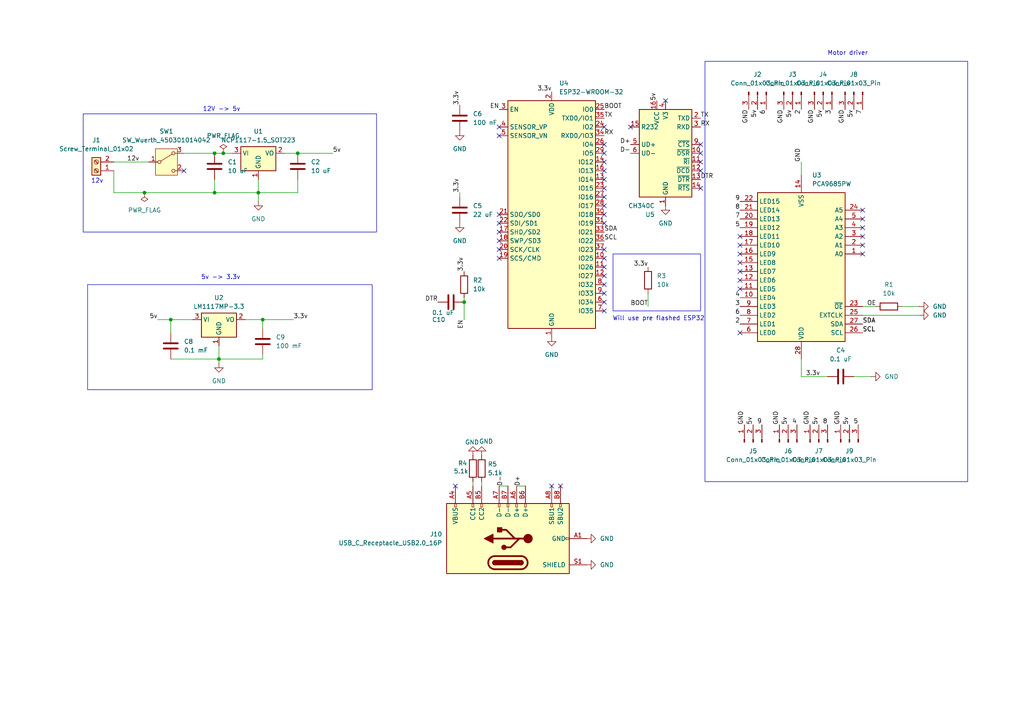
<source format=kicad_sch>
(kicad_sch (version 20250114) (generator "eeschema") (generator_version "9.0")
  (paper "A4")
  (lib_symbols
    (symbol "Connector:Conn_01x03_Pin" (pin_names (offset 1.016) (hide yes))
      (property "Reference" "J" (at 0 5.08 0))
      (property "Value" "Conn_01x03_Pin" (at 0 -5.08 0))
      (symbol "Conn_01x03_Pin_1_1"
        (rectangle (start 0.8636 2.667) (end 0 2.413) (stroke (width 0.1524)) (fill (type outline)))
        (rectangle (start 0.8636 0.127) (end 0 -0.127) (stroke (width 0.1524)) (fill (type outline)))
        (rectangle (start 0.8636 -2.413) (end 0 -2.667) (stroke (width 0.1524)) (fill (type outline)))
        (polyline (pts (xy 1.27 2.54) (xy 0.8636 2.54)) (stroke (width 0.1524)))
        (polyline (pts (xy 1.27 0) (xy 0.8636 0)) (stroke (width 0.1524)))
        (polyline (pts (xy 1.27 -2.54) (xy 0.8636 -2.54)) (stroke (width 0.1524)))
        (pin passive line (at 5.08 2.54 180) (length 3.81) (name "Pin_1") (number "1"))
        (pin passive line (at 5.08 0 180) (length 3.81) (name "Pin_2") (number "2"))
        (pin passive line (at 5.08 -2.54 180) (length 3.81) (name "Pin_3") (number "3"))
      )
    )
    (symbol "Connector:Screw_Terminal_01x02" (pin_names (offset 1.016) (hide yes))
      (property "Reference" "J" (at 0 2.54 0))
      (property "Value" "Screw_Terminal_01x02" (at 0 -5.08 0))
      (symbol "Screw_Terminal_01x02_1_1"
        (rectangle (start -1.27 1.27) (end 1.27 -3.81) (stroke (width 0.254)) (fill (type background)))
        (polyline (pts (xy -0.5334 0.3302) (xy 0.3302 -0.508)) (stroke (width 0.1524)))
        (polyline (pts (xy -0.5334 -2.2098) (xy 0.3302 -3.048)) (stroke (width 0.1524)))
        (polyline (pts (xy -0.3556 0.508) (xy 0.508 -0.3302)) (stroke (width 0.1524)))
        (polyline (pts (xy -0.3556 -2.032) (xy 0.508 -2.8702)) (stroke (width 0.1524)))
        (circle (center 0 0) (radius 0.635) (stroke (width 0.1524)))
        (circle (center 0 -2.54) (radius 0.635) (stroke (width 0.1524)))
        (pin passive line (at -5.08 0 0) (length 3.81) (name "Pin_1") (number "1"))
        (pin passive line (at -5.08 -2.54 0) (length 3.81) (name "Pin_2") (number "2"))
      )
    )
    (symbol "Connector:USB_C_Receptacle_USB2.0_16P" (pin_names (offset 1.016))
      (property "Reference" "J" (at 0 22.225 0))
      (property "Value" "USB_C_Receptacle_USB2.0_16P" (at 0 19.685 0))
      (symbol "USB_C_Receptacle_USB2.0_16P_0_0"
        (rectangle (start -0.254 -17.78) (end 0.254 -16.764))
        (rectangle (start 10.16 15.494) (end 9.144 14.986))
        (rectangle (start 10.16 10.414) (end 9.144 9.906))
        (rectangle (start 10.16 7.874) (end 9.144 7.366))
        (rectangle (start 10.16 2.794) (end 9.144 2.286))
        (rectangle (start 10.16 0.254) (end 9.144 -0.254))
        (rectangle (start 10.16 -2.286) (end 9.144 -2.794))
        (rectangle (start 10.16 -4.826) (end 9.144 -5.334))
        (rectangle (start 10.16 -12.446) (end 9.144 -12.954))
        (rectangle (start 10.16 -14.986) (end 9.144 -15.494))
      )
      (symbol "USB_C_Receptacle_USB2.0_16P_0_1"
        (rectangle (start -10.16 17.78) (end 10.16 -17.78) (stroke (width 0.254)) (fill (type background)))
        (polyline (pts (xy -8.89 -3.81) (xy -8.89 3.81)) (stroke (width 0.508)))
        (rectangle (start -7.62 -3.81) (end -6.35 3.81) (stroke (width 0.254)) (fill (type outline)))
        (arc (start -7.62 3.81) (mid -6.985 4.4423) (end -6.35 3.81) (stroke (width 0.254)))
        (arc (start -7.62 3.81) (mid -6.985 4.4423) (end -6.35 3.81) (stroke (width 0.254)) (fill (type outline)))
        (arc (start -8.89 3.81) (mid -6.985 5.7067) (end -5.08 3.81) (stroke (width 0.508)))
        (arc (start -5.08 -3.81) (mid -6.985 -5.7067) (end -8.89 -3.81) (stroke (width 0.508)))
        (arc (start -6.35 -3.81) (mid -6.985 -4.4423) (end -7.62 -3.81) (stroke (width 0.254)))
        (arc (start -6.35 -3.81) (mid -6.985 -4.4423) (end -7.62 -3.81) (stroke (width 0.254)) (fill (type outline)))
        (polyline (pts (xy -5.08 3.81) (xy -5.08 -3.81)) (stroke (width 0.508)))
        (circle (center -2.54 1.143) (radius 0.635) (stroke (width 0.254)) (fill (type outline)))
        (polyline (pts (xy -1.27 4.318) (xy 0 6.858) (xy 1.27 4.318) (xy -1.27 4.318)) (stroke (width 0.254)) (fill (type outline)))
        (polyline (pts (xy 0 -2.032) (xy 2.54 0.508) (xy 2.54 1.778)) (stroke (width 0.508)))
        (polyline (pts (xy 0 -3.302) (xy -2.54 -0.762) (xy -2.54 0.508)) (stroke (width 0.508)))
        (polyline (pts (xy 0 -5.842) (xy 0 4.318)) (stroke (width 0.508)))
        (circle (center 0 -5.842) (radius 1.27) (fill (type outline)))
        (rectangle (start 1.905 1.778) (end 3.175 3.048) (stroke (width 0.254)) (fill (type outline)))
      )
      (symbol "USB_C_Receptacle_USB2.0_16P_1_1"
        (pin passive line (at -7.62 -22.86 90) (length 5.08) (name "SHIELD") (number "S1"))
        (pin passive line (at 0 -22.86 90) (length 5.08) (name "GND") (number "A1"))
        (pin passive line (at 0 -22.86 90) (length 5.08) (hide yes) (name "GND") (number "A12"))
        (pin passive line (at 0 -22.86 90) (length 5.08) (hide yes) (name "GND") (number "B1"))
        (pin passive line (at 0 -22.86 90) (length 5.08) (hide yes) (name "GND") (number "B12"))
        (pin passive line (at 15.24 15.24 180) (length 5.08) (name "VBUS") (number "A4"))
        (pin passive line (at 15.24 15.24 180) (length 5.08) (hide yes) (name "VBUS") (number "A9"))
        (pin passive line (at 15.24 15.24 180) (length 5.08) (hide yes) (name "VBUS") (number "B4"))
        (pin passive line (at 15.24 15.24 180) (length 5.08) (hide yes) (name "VBUS") (number "B9"))
        (pin bidirectional line (at 15.24 10.16 180) (length 5.08) (name "CC1") (number "A5"))
        (pin bidirectional line (at 15.24 7.62 180) (length 5.08) (name "CC2") (number "B5"))
        (pin bidirectional line (at 15.24 2.54 180) (length 5.08) (name "D-") (number "A7"))
        (pin bidirectional line (at 15.24 0 180) (length 5.08) (name "D-") (number "B7"))
        (pin bidirectional line (at 15.24 -2.54 180) (length 5.08) (name "D+") (number "A6"))
        (pin bidirectional line (at 15.24 -5.08 180) (length 5.08) (name "D+") (number "B6"))
        (pin bidirectional line (at 15.24 -12.7 180) (length 5.08) (name "SBU1") (number "A8"))
        (pin bidirectional line (at 15.24 -15.24 180) (length 5.08) (name "SBU2") (number "B8"))
      )
    )
    (symbol "Device:C" (pin_numbers (hide yes)) (pin_names (offset 0.254))
      (property "Reference" "C" (at 0.635 2.54 0))
      (property "Value" "C" (at 0.635 -2.54 0))
      (symbol "C_0_1"
        (polyline (pts (xy -2.032 0.762) (xy 2.032 0.762)) (stroke (width 0.508)))
        (polyline (pts (xy -2.032 -0.762) (xy 2.032 -0.762)) (stroke (width 0.508)))
      )
      (symbol "C_1_1"
        (pin passive line (at 0 3.81 270) (length 2.794) (name "~") (number "1"))
        (pin passive line (at 0 -3.81 90) (length 2.794) (name "~") (number "2"))
      )
    )
    (symbol "Device:R" (pin_numbers (hide yes)) (pin_names (offset 0))
      (property "Reference" "R" (at 2.032 0 90))
      (property "Value" "R" (at 0 0 90))
      (symbol "R_0_1"
        (rectangle (start -1.016 -2.54) (end 1.016 2.54) (stroke (width 0.254)))
      )
      (symbol "R_1_1"
        (pin passive line (at 0 3.81 270) (length 1.27) (name "~") (number "1"))
        (pin passive line (at 0 -3.81 90) (length 1.27) (name "~") (number "2"))
      )
    )
    (symbol "Driver_LED:PCA9685PW"
      (property "Reference" "U" (at -12.7 22.225 0))
      (property "Value" "PCA9685PW" (at 1.27 22.225 0))
      (symbol "PCA9685PW_0_1"
        (rectangle (start -12.7 20.32) (end 12.7 -22.86) (stroke (width 0.254)) (fill (type background)))
      )
      (symbol "PCA9685PW_1_1"
        (pin input line (at -17.78 17.78 0) (length 5.08) (name "SCL") (number "26"))
        (pin bidirectional line (at -17.78 15.24 0) (length 5.08) (name "SDA") (number "27"))
        (pin input line (at -17.78 12.7 0) (length 5.08) (name "EXTCLK") (number "25"))
        (pin input line (at -17.78 10.16 0) (length 5.08) (name "~{OE}") (number "23"))
        (pin input line (at -17.78 -5.08 0) (length 5.08) (name "A0") (number "1"))
        (pin input line (at -17.78 -7.62 0) (length 5.08) (name "A1") (number "2"))
        (pin input line (at -17.78 -10.16 0) (length 5.08) (name "A2") (number "3"))
        (pin input line (at -17.78 -12.7 0) (length 5.08) (name "A3") (number "4"))
        (pin input line (at -17.78 -15.24 0) (length 5.08) (name "A4") (number "5"))
        (pin input line (at -17.78 -17.78 0) (length 5.08) (name "A5") (number "24"))
        (pin power_in line (at 0 25.4 270) (length 5.08) (name "VDD") (number "28"))
        (pin power_in line (at 0 -27.94 90) (length 5.08) (name "VSS") (number "14"))
        (pin output line (at 17.78 17.78 180) (length 5.08) (name "LED0") (number "6"))
        (pin output line (at 17.78 15.24 180) (length 5.08) (name "LED1") (number "7"))
        (pin output line (at 17.78 12.7 180) (length 5.08) (name "LED2") (number "8"))
        (pin output line (at 17.78 10.16 180) (length 5.08) (name "LED3") (number "9"))
        (pin output line (at 17.78 7.62 180) (length 5.08) (name "LED4") (number "10"))
        (pin output line (at 17.78 5.08 180) (length 5.08) (name "LED5") (number "11"))
        (pin output line (at 17.78 2.54 180) (length 5.08) (name "LED6") (number "12"))
        (pin output line (at 17.78 0 180) (length 5.08) (name "LED7") (number "13"))
        (pin output line (at 17.78 -2.54 180) (length 5.08) (name "LED8") (number "15"))
        (pin output line (at 17.78 -5.08 180) (length 5.08) (name "LED9") (number "16"))
        (pin output line (at 17.78 -7.62 180) (length 5.08) (name "LED10") (number "17"))
        (pin output line (at 17.78 -10.16 180) (length 5.08) (name "LED11") (number "18"))
        (pin output line (at 17.78 -12.7 180) (length 5.08) (name "LED12") (number "19"))
        (pin output line (at 17.78 -15.24 180) (length 5.08) (name "LED13") (number "20"))
        (pin output line (at 17.78 -17.78 180) (length 5.08) (name "LED14") (number "21"))
        (pin output line (at 17.78 -20.32 180) (length 5.08) (name "LED15") (number "22"))
      )
    )
    (symbol "Interface_USB:CH340C"
      (property "Reference" "U" (at -5.08 13.97 0))
      (property "Value" "CH340C" (at 1.27 13.97 0))
      (symbol "CH340C_0_1"
        (rectangle (start -7.62 12.7) (end 7.62 -12.7) (stroke (width 0.254)) (fill (type background)))
      )
      (symbol "CH340C_1_1"
        (pin input line (at -10.16 7.62 0) (length 2.54) (name "R232") (number "15"))
        (pin bidirectional line (at -10.16 2.54 0) (length 2.54) (name "UD+") (number "5"))
        (pin bidirectional line (at -10.16 0 0) (length 2.54) (name "UD-") (number "6"))
        (pin no_connect line (at -7.62 -5.08 0) (length 2.54) (hide yes) (name "NC") (number "7"))
        (pin no_connect line (at -7.62 -7.62 0) (length 2.54) (hide yes) (name "NC") (number "8"))
        (pin power_in line (at -2.54 15.24 270) (length 2.54) (name "VCC") (number "16"))
        (pin power_out line (at 0 15.24 270) (length 2.54) (name "V3") (number "4"))
        (pin power_in line (at 0 -15.24 90) (length 2.54) (name "GND") (number "1"))
        (pin output line (at 10.16 10.16 180) (length 2.54) (name "TXD") (number "2"))
        (pin input line (at 10.16 7.62 180) (length 2.54) (name "RXD") (number "3"))
        (pin input line (at 10.16 2.54 180) (length 2.54) (name "~{CTS}") (number "9"))
        (pin input line (at 10.16 0 180) (length 2.54) (name "~{DSR}") (number "10"))
        (pin input line (at 10.16 -2.54 180) (length 2.54) (name "~{RI}") (number "11"))
        (pin input line (at 10.16 -5.08 180) (length 2.54) (name "~{DCD}") (number "12"))
        (pin output line (at 10.16 -7.62 180) (length 2.54) (name "~{DTR}") (number "13"))
        (pin output line (at 10.16 -10.16 180) (length 2.54) (name "~{RTS}") (number "14"))
      )
    )
    (symbol "RF_Module:ESP32-WROOM-32"
      (property "Reference" "U" (at -12.7 34.29 0))
      (property "Value" "ESP32-WROOM-32" (at 1.27 34.29 0))
      (symbol "ESP32-WROOM-32_0_1"
        (rectangle (start -12.7 33.02) (end 12.7 -33.02) (stroke (width 0.254)) (fill (type background)))
      )
      (symbol "ESP32-WROOM-32_1_1"
        (pin input line (at -15.24 30.48 0) (length 2.54) (name "EN") (number "3"))
        (pin input line (at -15.24 25.4 0) (length 2.54) (name "SENSOR_VP") (number "4"))
        (pin input line (at -15.24 22.86 0) (length 2.54) (name "SENSOR_VN") (number "5"))
        (pin bidirectional line (at -15.24 0 0) (length 2.54) (name "SDO/SD0") (number "21"))
        (pin bidirectional line (at -15.24 -2.54 0) (length 2.54) (name "SDI/SD1") (number "22"))
        (pin bidirectional line (at -15.24 -5.08 0) (length 2.54) (name "SHD/SD2") (number "17"))
        (pin bidirectional line (at -15.24 -7.62 0) (length 2.54) (name "SWP/SD3") (number "18"))
        (pin bidirectional line (at -15.24 -10.16 0) (length 2.54) (name "SCK/CLK") (number "20"))
        (pin bidirectional line (at -15.24 -12.7 0) (length 2.54) (name "SCS/CMD") (number "19"))
        (pin no_connect line (at -12.7 -27.94 0) (length 2.54) (hide yes) (name "NC") (number "32"))
        (pin power_in line (at 0 35.56 270) (length 2.54) (name "VDD") (number "2"))
        (pin power_in line (at 0 -35.56 90) (length 2.54) (name "GND") (number "1"))
        (pin passive line (at 0 -35.56 90) (length 2.54) (hide yes) (name "GND") (number "15"))
        (pin passive line (at 0 -35.56 90) (length 2.54) (hide yes) (name "GND") (number "38"))
        (pin passive line (at 0 -35.56 90) (length 2.54) (hide yes) (name "GND") (number "39"))
        (pin bidirectional line (at 15.24 30.48 180) (length 2.54) (name "IO0") (number "25"))
        (pin bidirectional line (at 15.24 27.94 180) (length 2.54) (name "TXD0/IO1") (number "35"))
        (pin bidirectional line (at 15.24 25.4 180) (length 2.54) (name "IO2") (number "24"))
        (pin bidirectional line (at 15.24 22.86 180) (length 2.54) (name "RXD0/IO3") (number "34"))
        (pin bidirectional line (at 15.24 20.32 180) (length 2.54) (name "IO4") (number "26"))
        (pin bidirectional line (at 15.24 17.78 180) (length 2.54) (name "IO5") (number "29"))
        (pin bidirectional line (at 15.24 15.24 180) (length 2.54) (name "IO12") (number "14"))
        (pin bidirectional line (at 15.24 12.7 180) (length 2.54) (name "IO13") (number "16"))
        (pin bidirectional line (at 15.24 10.16 180) (length 2.54) (name "IO14") (number "13"))
        (pin bidirectional line (at 15.24 7.62 180) (length 2.54) (name "IO15") (number "23"))
        (pin bidirectional line (at 15.24 5.08 180) (length 2.54) (name "IO16") (number "27"))
        (pin bidirectional line (at 15.24 2.54 180) (length 2.54) (name "IO17") (number "28"))
        (pin bidirectional line (at 15.24 0 180) (length 2.54) (name "IO18") (number "30"))
        (pin bidirectional line (at 15.24 -2.54 180) (length 2.54) (name "IO19") (number "31"))
        (pin bidirectional line (at 15.24 -5.08 180) (length 2.54) (name "IO21") (number "33"))
        (pin bidirectional line (at 15.24 -7.62 180) (length 2.54) (name "IO22") (number "36"))
        (pin bidirectional line (at 15.24 -10.16 180) (length 2.54) (name "IO23") (number "37"))
        (pin bidirectional line (at 15.24 -12.7 180) (length 2.54) (name "IO25") (number "10"))
        (pin bidirectional line (at 15.24 -15.24 180) (length 2.54) (name "IO26") (number "11"))
        (pin bidirectional line (at 15.24 -17.78 180) (length 2.54) (name "IO27") (number "12"))
        (pin bidirectional line (at 15.24 -20.32 180) (length 2.54) (name "IO32") (number "8"))
        (pin bidirectional line (at 15.24 -22.86 180) (length 2.54) (name "IO33") (number "9"))
        (pin input line (at 15.24 -25.4 180) (length 2.54) (name "IO34") (number "6"))
        (pin input line (at 15.24 -27.94 180) (length 2.54) (name "IO35") (number "7"))
      )
    )
    (symbol "Regulator_Linear:LM1117MP-3.3"
      (property "Reference" "U" (at -3.81 3.175 0))
      (property "Value" "LM1117MP-3.3" (at 0 3.175 0))
      (symbol "LM1117MP-3.3_0_1"
        (rectangle (start -5.08 -5.08) (end 5.08 1.905) (stroke (width 0.254)) (fill (type background)))
      )
      (symbol "LM1117MP-3.3_1_1"
        (pin power_in line (at -7.62 0 0) (length 2.54) (name "VI") (number "3"))
        (pin power_in line (at 0 -7.62 90) (length 2.54) (name "GND") (number "1"))
        (pin power_out line (at 7.62 0 180) (length 2.54) (name "VO") (number "2"))
      )
    )
    (symbol "Regulator_Linear:NCP1117-1.5_SOT223"
      (property "Reference" "U" (at -3.81 3.175 0))
      (property "Value" "NCP1117-1.5_SOT223" (at 0 3.175 0))
      (symbol "NCP1117-1.5_SOT223_0_1"
        (rectangle (start -5.08 -5.08) (end 5.08 1.905) (stroke (width 0.254)) (fill (type background)))
      )
      (symbol "NCP1117-1.5_SOT223_1_1"
        (pin power_in line (at -7.62 0 0) (length 2.54) (name "VI") (number "3"))
        (pin power_in line (at 0 -7.62 90) (length 2.54) (name "GND") (number "1"))
        (pin power_out line (at 7.62 0 180) (length 2.54) (name "VO") (number "2"))
      )
    )
    (symbol "Switch:SW_Wuerth_450301014042" (pin_names (offset 1) (hide yes))
      (property "Reference" "SW" (at 0 5.08 0))
      (property "Value" "SW_Wuerth_450301014042" (at 0 -5.08 0))
      (symbol "SW_Wuerth_450301014042_0_1"
        (circle (center -2.032 0) (radius 0.4572))
        (polyline (pts (xy -1.651 0.254) (xy 1.651 2.286)))
        (circle (center 2.032 2.54) (radius 0.4572))
        (circle (center 2.032 -2.54) (radius 0.4572))
      )
      (symbol "SW_Wuerth_450301014042_1_1"
        (rectangle (start -3.175 3.81) (end 3.175 -3.81) (fill (type background)))
        (pin passive line (at -5.08 0 0) (length 2.54) (name "B") (number "1"))
        (pin passive line (at 5.08 2.54 180) (length 2.54) (name "A") (number "3"))
        (pin passive line (at 5.08 -2.54 180) (length 2.54) (name "C") (number "2"))
      )
    )
    (symbol "power:GND" (power) (pin_numbers (hide yes)) (pin_names (offset 0) (hide yes))
      (property "Value" "GND" (at 0 -3.81 0))
      (symbol "GND_0_1"
        (polyline (pts (xy 0 0) (xy 0 -1.27) (xy 1.27 -1.27) (xy 0 -2.54) (xy -1.27 -1.27) (xy 0 -1.27)))
      )
      (symbol "GND_1_1"
        (pin power_in line (at 0 0 270) (length 0) (name "~") (number "1"))
      )
    )
    (symbol "power:PWR_FLAG" (power) (pin_numbers (hide yes)) (pin_names (offset 0) (hide yes))
      (property "Value" "PWR_FLAG" (at 0 3.81 0))
      (symbol "PWR_FLAG_0_0"
        (pin power_out line (at 0 0 90) (length 0) (name "~") (number "1"))
      )
      (symbol "PWR_FLAG_0_1"
        (polyline (pts (xy 0 0) (xy 0 1.27) (xy -1.016 1.905) (xy 0 2.54) (xy 1.016 1.905) (xy 0 1.27)))
      )
    )
  )
  (rectangle (start 204.47 17.78) (end 280.67 139.7))
  (rectangle (start 25.4 82.55) (end 107.95 113.03))
  (rectangle (start 177.8 73.66) (end 203.2 90.17))
  (rectangle (start 24.13 33.02) (end 109.22 67.31))
  (text "12V -> 5v\n" (at 64.262 31.75 0) (effects (font (size 1.27 1.27))))
  (text "12v\n" (at 28.194 52.578 0) (effects (font (size 1.27 1.27))))
  (text "5v -> 3.3v\n" (at 64.008 80.518 0) (effects (font (size 1.27 1.27))))
  (text "Will use pre flashed ESP32\n" (at 191.008 92.456 0) (effects (font (size 1.27 1.27))))
  (text "Motor driver" (at 245.872 15.494 0) (effects (font (size 1.27 1.27))))
  (junction (at 41.91 55.88))
  (junction (at 64.77 44.45))
  (junction (at 74.93 55.88))
  (junction (at 63.5 104.14))
  (junction (at 62.23 44.45))
  (junction (at 86.36 44.45))
  (junction (at 62.23 55.88))
  (junction (at 76.2 92.71))
  (junction (at 49.53 92.71))
  (junction (at 134.62 87.63))
  (no_connect (at 175.26 41.91))
  (no_connect (at 175.26 74.93))
  (no_connect (at 214.63 81.28))
  (no_connect (at 175.26 62.23))
  (no_connect (at 175.26 49.53))
  (no_connect (at 175.26 46.99))
  (no_connect (at 144.78 36.83))
  (no_connect (at 203.2 46.99))
  (no_connect (at 175.26 59.69))
  (no_connect (at 250.19 73.66))
  (no_connect (at 144.78 67.31))
  (no_connect (at 144.78 62.23))
  (no_connect (at 144.78 72.39))
  (no_connect (at 203.2 41.91))
  (no_connect (at 182.88 36.83))
  (no_connect (at 175.26 57.15))
  (no_connect (at 162.56 140.97))
  (no_connect (at 175.26 52.07))
  (no_connect (at 214.63 68.58))
  (no_connect (at 144.78 69.85))
  (no_connect (at 175.26 36.83))
  (no_connect (at 144.78 39.37))
  (no_connect (at 203.2 54.61))
  (no_connect (at 203.2 49.53))
  (no_connect (at 175.26 77.47))
  (no_connect (at 160.02 140.97))
  (no_connect (at 175.26 90.17))
  (no_connect (at 175.26 72.39))
  (no_connect (at 214.63 78.74))
  (no_connect (at 175.26 87.63))
  (no_connect (at 214.63 71.12))
  (no_connect (at 144.78 74.93))
  (no_connect (at 250.19 60.96))
  (no_connect (at 175.26 64.77))
  (no_connect (at 144.78 64.77))
  (no_connect (at 53.34 49.53))
  (no_connect (at 175.26 44.45))
  (no_connect (at 250.19 63.5))
  (no_connect (at 250.19 71.12))
  (no_connect (at 132.08 140.97))
  (no_connect (at 193.04 29.21))
  (no_connect (at 175.26 82.55))
  (no_connect (at 214.63 76.2))
  (no_connect (at 214.63 83.82))
  (no_connect (at 250.19 66.04))
  (no_connect (at 175.26 54.61))
  (no_connect (at 214.63 96.52))
  (no_connect (at 250.19 68.58))
  (no_connect (at 203.2 44.45))
  (no_connect (at 214.63 73.66))
  (no_connect (at 175.26 85.09))
  (no_connect (at 175.26 80.01))
  (wire (pts (xy 33.02 46.99) (xy 43.18 46.99)))
  (wire (pts (xy 76.2 92.71) (xy 85.09 92.71)))
  (wire (pts (xy 139.7 139.7) (xy 139.7 140.97)))
  (wire (pts (xy 187.96 85.09) (xy 187.96 88.9)))
  (wire (pts (xy 41.91 55.88) (xy 62.23 55.88)))
  (wire (pts (xy 232.41 104.14) (xy 232.41 109.22)))
  (wire (pts (xy 149.86 140.97) (xy 152.4 140.97)))
  (wire (pts (xy 53.34 44.45) (xy 62.23 44.45)))
  (wire (pts (xy 261.62 88.9) (xy 266.7 88.9)))
  (wire (pts (xy 137.16 139.7) (xy 137.16 140.97)))
  (wire (pts (xy 247.65 109.22) (xy 252.73 109.22)))
  (wire (pts (xy 49.53 92.71) (xy 49.53 96.52)))
  (wire (pts (xy 250.19 91.44) (xy 266.7 91.44)))
  (wire (pts (xy 49.53 92.71) (xy 55.88 92.71)))
  (wire (pts (xy 49.53 104.14) (xy 63.5 104.14)))
  (wire (pts (xy 86.36 44.45) (xy 96.52 44.45)))
  (wire (pts (xy 62.23 44.45) (xy 64.77 44.45)))
  (wire (pts (xy 74.93 52.07) (xy 74.93 55.88)))
  (wire (pts (xy 62.23 55.88) (xy 74.93 55.88)))
  (wire (pts (xy 33.02 49.53) (xy 33.02 55.88)))
  (wire (pts (xy 62.23 52.07) (xy 62.23 55.88)))
  (wire (pts (xy 76.2 104.14) (xy 63.5 104.14)))
  (wire (pts (xy 250.19 88.9) (xy 254 88.9)))
  (wire (pts (xy 64.77 44.45) (xy 67.31 44.45)))
  (wire (pts (xy 74.93 55.88) (xy 74.93 58.42)))
  (wire (pts (xy 133.35 57.15) (xy 133.35 55.88)))
  (wire (pts (xy 45.72 92.71) (xy 49.53 92.71)))
  (wire (pts (xy 144.78 140.97) (xy 147.32 140.97)))
  (wire (pts (xy 74.93 55.88) (xy 86.36 55.88)))
  (wire (pts (xy 82.55 44.45) (xy 86.36 44.45)))
  (wire (pts (xy 63.5 100.33) (xy 63.5 104.14)))
  (wire (pts (xy 232.41 109.22) (xy 240.03 109.22)))
  (wire (pts (xy 232.41 46.99) (xy 232.41 50.8)))
  (wire (pts (xy 33.02 55.88) (xy 41.91 55.88)))
  (wire (pts (xy 63.5 104.14) (xy 63.5 105.41)))
  (wire (pts (xy 134.62 87.63) (xy 134.62 92.71)))
  (wire (pts (xy 134.62 86.36) (xy 134.62 87.63)))
  (wire (pts (xy 71.12 92.71) (xy 76.2 92.71)))
  (wire (pts (xy 76.2 92.71) (xy 76.2 95.25)))
  (wire (pts (xy 86.36 55.88) (xy 86.36 52.07)))
  (wire (pts (xy 76.2 102.87) (xy 76.2 104.14)))
  (label "9" (at 220.98 123.19 180))
  (label "5v" (at 238.76 31.75 270))
  (label "5v" (at 229.87 31.75 270))
  (label "3.3v" (at 133.35 30.48 90))
  (label "5v" (at 237.49 123.19 90))
  (label "D+" (at 182.88 41.91 180))
  (label "GND" (at 217.17 31.75 270))
  (label "8" (at 214.63 60.96 180))
  (label "3" (at 214.63 88.9 180))
  (label "5v" (at 45.72 92.71 180))
  (label "3.3v" (at 233.68 109.22 0))
  (label "GND" (at 243.84 123.19 90))
  (label "7" (at 250.19 31.75 270))
  (label "3.3v" (at 134.62 78.74 90))
  (label "8" (at 240.03 123.19 180))
  (label "5v" (at 247.65 31.75 270))
  (label "GND" (at 234.95 123.19 90))
  (label "4" (at 214.63 86.36 180))
  (label "5v" (at 190.5 29.21 90))
  (label "DTR" (at 203.2 52.07 0))
  (label "5" (at 248.92 123.19 180))
  (label "3.3v" (at 85.09 92.71 0))
  (label "RX" (at 203.2 36.83 0))
  (label "SCL" (at 250.19 96.52 0))
  (label "SDA" (at 175.26 67.31 0))
  (label "6" (at 214.63 91.44 180))
  (label "EN" (at 134.62 92.71 270))
  (label "GND" (at 236.22 31.75 270))
  (label "5v" (at 246.38 123.19 90))
  (label "BOOT" (at 187.96 88.9 180))
  (label "4" (at 231.14 123.19 180))
  (label "SCL" (at 250.19 96.52 0))
  (label "GND" (at 226.06 123.19 90))
  (label "TX" (at 175.26 34.29 0))
  (label "SDA" (at 250.19 93.98 0))
  (label "5v" (at 96.52 44.45 0))
  (label "GND" (at 215.9 123.19 90))
  (label "3" (at 241.3 31.75 270))
  (label "TX" (at 203.2 34.29 0))
  (label "SCL" (at 175.26 69.85 0))
  (label "BOOT" (at 175.26 31.75 0))
  (label "3.3v" (at 133.35 55.88 90))
  (label "7" (at 214.63 63.5 180))
  (label "GND" (at 245.11 31.75 270))
  (label "D-" (at 146.05 140.97 90))
  (label "SDA" (at 250.19 93.98 0))
  (label "RX" (at 175.26 39.37 0))
  (label "5v" (at 219.71 31.75 270))
  (label "OE" (at 251.46 88.9 0))
  (label "DTR" (at 127 87.63 180))
  (label "5" (at 214.63 66.04 180))
  (label "GND" (at 227.33 31.75 270))
  (label "3.3v" (at 187.96 77.47 180))
  (label "9" (at 214.63 58.42 180))
  (label "5v" (at 218.44 123.19 90))
  (label "2" (at 214.63 93.98 180))
  (label "3.3v" (at 160.02 26.67 180))
  (label "6" (at 222.25 31.75 270))
  (label "12v" (at 36.83 46.99 0))
  (label "5v" (at 228.6 123.19 90))
  (label "GND" (at 232.41 46.99 90))
  (label "D-" (at 182.88 44.45 180))
  (label "D+" (at 151.13 140.97 90))
  (label "EN" (at 144.78 31.75 180))
  (label "2" (at 232.41 31.75 270))
  (symbol (lib_id "Switch:SW_Wuerth_450301014042") (at 48.26 46.99 0) (unit 1)
    (property "Reference" "SW1" (at 48.26 38.1 0))
    (property "Value" "SW_Wuerth_450301014042" (at 48.26 40.64 0))
    (property "Footprint" "Button_Switch_THT:SW_Slide-03_Wuerth-WS-SLTV_10x2.5x6.4_P2.54mm" (effects (hide yes)))
    (property "Datasheet" "https://www.we-online.com/components/products/datasheet/450301014042.pdf" (effects (hide yes)))
    (property "Description" "Switch slide, single pole double throw" (effects (hide yes)))
  )
  (symbol (lib_id "Device:C") (at 76.2 99.06 0) (unit 1)
    (property "Reference" "C9" (at 80.01 97.7899 0) (effects (justify left)))
    (property "Value" "100 mF" (at 80.01 100.3299 0) (effects (justify left)))
    (property "Footprint" "Capacitor_SMD:C_0201_0603Metric" (effects (hide yes)))
    (property "Description" "Unpolarized capacitor" (effects (hide yes)))
  )
  (symbol (lib_id "Device:C") (at 62.23 48.26 0) (unit 1)
    (property "Reference" "C1" (at 66.04 46.9899 0) (effects (justify left)))
    (property "Value" "10 uF" (at 66.04 49.5299 0) (effects (justify left)))
    (property "Footprint" "Capacitor_SMD:C_0201_0603Metric" (effects (hide yes)))
    (property "Description" "Unpolarized capacitor" (effects (hide yes)))
  )
  (symbol (lib_id "power:GND") (at 63.5 105.41 0) (unit 1)
    (property "Reference" "#PWR015" (effects (hide yes)))
    (property "Value" "GND" (at 63.5 110.49 0))
    (property "Description" "Power symbol creates a global label with name \"GND\" , ground" (effects (hide yes)))
  )
  (symbol (lib_id "Connector:Conn_01x03_Pin") (at 219.71 26.67 270) (unit 1)
    (property "Reference" "J2" (at 219.71 21.59 90))
    (property "Value" "Conn_01x03_Pin" (at 219.71 24.13 90))
    (property "Footprint" "Connector:FanPinHeader_1x03_P2.54mm_Vertical" (effects (hide yes)))
    (property "Description" "Generic connector, single row, 01x03, script generated" (effects (hide yes)))
  )
  (symbol (lib_id "power:GND") (at 170.18 163.83 90) (unit 1)
    (property "Reference" "#PWR014" (effects (hide yes)))
    (property "Value" "GND" (at 173.99 163.8299 90) (effects (justify right)))
    (property "Description" "Power symbol creates a global label with name \"GND\" , ground" (effects (hide yes)))
  )
  (symbol (lib_id "Device:R") (at 139.7 135.89 0) (unit 1)
    (property "Reference" "R5" (at 141.478 134.62 0) (effects (justify left)))
    (property "Value" "5.1k" (at 141.478 137.16 0) (effects (justify left)))
    (property "Footprint" "Resistor_SMD:R_0201_0603Metric" (effects (hide yes)))
    (property "Description" "Resistor" (effects (hide yes)))
  )
  (symbol (lib_id "Device:R") (at 257.81 88.9 90) (unit 1)
    (property "Reference" "R1" (at 257.81 82.55 90))
    (property "Value" "10k" (at 257.81 85.09 90))
    (property "Footprint" "Resistor_SMD:R_0201_0603Metric" (effects (hide yes)))
    (property "Description" "Resistor" (effects (hide yes)))
  )
  (symbol (lib_id "Connector:Conn_01x03_Pin") (at 228.6 128.27 90) (unit 1)
    (property "Reference" "J6" (at 228.6 130.81 90))
    (property "Value" "Conn_01x03_Pin" (at 228.6 133.35 90))
    (property "Footprint" "Connector:FanPinHeader_1x03_P2.54mm_Vertical" (effects (hide yes)))
    (property "Description" "Generic connector, single row, 01x03, script generated" (effects (hide yes)))
  )
  (symbol (lib_id "Connector:USB_C_Receptacle_USB2.0_16P") (at 147.32 156.21 90) (unit 1)
    (property "Reference" "J10" (at 128.27 154.9399 90) (effects (justify left)))
    (property "Value" "USB_C_Receptacle_USB2.0_16P" (at 128.27 157.4799 90) (effects (justify left)))
    (property "Footprint" "Connector_USB:USB_C_Receptacle_Amphenol_124019772112A" (effects (hide yes)))
    (property "Datasheet" "https://www.usb.org/sites/default/files/documents/usb_type-c.zip" (effects (hide yes)))
    (property "Description" "USB 2.0-only 16P Type-C Receptacle connector" (effects (hide yes)))
  )
  (symbol (lib_id "Device:C") (at 86.36 48.26 0) (unit 1)
    (property "Reference" "C2" (at 90.17 46.9899 0) (effects (justify left)))
    (property "Value" "10 uF" (at 90.17 49.5299 0) (effects (justify left)))
    (property "Footprint" "Capacitor_SMD:C_0201_0603Metric" (effects (hide yes)))
    (property "Description" "Unpolarized capacitor" (effects (hide yes)))
  )
  (symbol (lib_id "power:GND") (at 266.7 91.44 90) (unit 1)
    (property "Reference" "#PWR05" (effects (hide yes)))
    (property "Value" "GND" (at 270.51 91.4399 90) (effects (justify right)))
    (property "Description" "Power symbol creates a global label with name \"GND\" , ground" (effects (hide yes)))
  )
  (symbol (lib_id "Connector:Conn_01x03_Pin") (at 247.65 26.67 270) (unit 1)
    (property "Reference" "J8" (at 247.65 21.59 90))
    (property "Value" "Conn_01x03_Pin" (at 247.65 24.13 90))
    (property "Footprint" "Connector:FanPinHeader_1x03_P2.54mm_Vertical" (effects (hide yes)))
    (property "Description" "Generic connector, single row, 01x03, script generated" (effects (hide yes)))
  )
  (symbol (lib_id "Device:R") (at 134.62 82.55 0) (unit 1)
    (property "Reference" "R2" (at 137.16 81.2799 0) (effects (justify left)))
    (property "Value" "10k" (at 137.16 83.8199 0) (effects (justify left)))
    (property "Footprint" "Resistor_SMD:R_0201_0603Metric" (effects (hide yes)))
    (property "Description" "Resistor" (effects (hide yes)))
  )
  (symbol (lib_id "Device:C") (at 243.84 109.22 90) (unit 1)
    (property "Reference" "C4" (at 243.84 101.6 90))
    (property "Value" "0.1 uF" (at 243.84 104.14 90))
    (property "Footprint" "Capacitor_SMD:C_0201_0603Metric" (effects (hide yes)))
    (property "Description" "Unpolarized capacitor" (effects (hide yes)))
  )
  (symbol (lib_id "Connector:Conn_01x03_Pin") (at 218.44 128.27 90) (unit 1)
    (property "Reference" "J5" (at 218.44 130.81 90))
    (property "Value" "Conn_01x03_Pin" (at 218.44 133.35 90))
    (property "Footprint" "Connector:FanPinHeader_1x03_P2.54mm_Vertical" (effects (hide yes)))
    (property "Description" "Generic connector, single row, 01x03, script generated" (effects (hide yes)))
  )
  (symbol (lib_id "power:GND") (at 170.18 156.21 90) (unit 1)
    (property "Reference" "#PWR013" (effects (hide yes)))
    (property "Value" "GND" (at 173.99 156.2099 90) (effects (justify right)))
    (property "Description" "Power symbol creates a global label with name \"GND\" , ground" (effects (hide yes)))
  )
  (symbol (lib_id "Connector:Conn_01x03_Pin") (at 237.49 128.27 90) (unit 1)
    (property "Reference" "J7" (at 237.49 130.81 90))
    (property "Value" "Conn_01x03_Pin" (at 237.49 133.35 90))
    (property "Footprint" "Connector:FanPinHeader_1x03_P2.54mm_Vertical" (effects (hide yes)))
    (property "Description" "Generic connector, single row, 01x03, script generated" (effects (hide yes)))
  )
  (symbol (lib_id "power:GND") (at 139.7 132.08 180) (unit 1)
    (property "Reference" "#PWR012" (effects (hide yes)))
    (property "Value" "GND" (at 140.97 128.016 0))
    (property "Description" "Power symbol creates a global label with name \"GND\" , ground" (effects (hide yes)))
  )
  (symbol (lib_id "Device:R") (at 137.16 135.89 0) (unit 1)
    (property "Reference" "R4" (at 132.842 134.366 0) (effects (justify left)))
    (property "Value" "5.1k" (at 131.572 136.652 0) (effects (justify left)))
    (property "Footprint" "Resistor_SMD:R_0201_0603Metric" (effects (hide yes)))
    (property "Description" "Resistor" (effects (hide yes)))
  )
  (symbol (lib_id "power:GND") (at 266.7 88.9 90) (unit 1)
    (property "Reference" "#PWR04" (effects (hide yes)))
    (property "Value" "GND" (at 270.51 88.8999 90) (effects (justify right)))
    (property "Description" "Power symbol creates a global label with name \"GND\" , ground" (effects (hide yes)))
  )
  (symbol (lib_id "Device:C") (at 133.35 34.29 0) (unit 1)
    (property "Reference" "C6" (at 137.16 33.0199 0) (effects (justify left)))
    (property "Value" "100 nF" (at 137.16 35.5599 0) (effects (justify left)))
    (property "Footprint" "Capacitor_SMD:C_0201_0603Metric" (effects (hide yes)))
    (property "Description" "Unpolarized capacitor" (effects (hide yes)))
  )
  (symbol (lib_id "Device:R") (at 187.96 81.28 0) (unit 1)
    (property "Reference" "R3" (at 190.5 80.0099 0) (effects (justify left)))
    (property "Value" "10k" (at 190.5 82.5499 0) (effects (justify left)))
    (property "Footprint" "Resistor_SMD:R_0201_0603Metric" (effects (hide yes)))
    (property "Description" "Resistor" (effects (hide yes)))
  )
  (symbol (lib_id "power:GND") (at 133.35 64.77 0) (unit 1)
    (property "Reference" "#PWR06" (effects (hide yes)))
    (property "Value" "GND" (at 133.35 69.85 0))
    (property "Description" "Power symbol creates a global label with name \"GND\" , ground" (effects (hide yes)))
  )
  (symbol (lib_id "Connector:Conn_01x03_Pin") (at 229.87 26.67 270) (unit 1)
    (property "Reference" "J3" (at 229.87 21.59 90))
    (property "Value" "Conn_01x03_Pin" (at 229.87 24.13 90))
    (property "Footprint" "Connector:FanPinHeader_1x03_P2.54mm_Vertical" (effects (hide yes)))
    (property "Description" "Generic connector, single row, 01x03, script generated" (effects (hide yes)))
  )
  (symbol (lib_id "Connector:Screw_Terminal_01x02") (at 27.94 49.53 180) (unit 1)
    (property "Reference" "J1" (at 27.94 40.64 0))
    (property "Value" "Screw_Terminal_01x02" (at 27.94 43.18 0))
    (property "Footprint" "TerminalBlock:TerminalBlock_Altech_AK300-2_P5.00mm" (effects (hide yes)))
    (property "Description" "Generic screw terminal, single row, 01x02, script generated (kicad-library-utils/schlib/autogen/connector/)" (effects (hide yes)))
  )
  (symbol (lib_id "Regulator_Linear:NCP1117-1.5_SOT223") (at 74.93 44.45 0) (unit 1)
    (property "Reference" "U1" (at 74.93 38.1 0))
    (property "Value" "NCP1117-1.5_SOT223" (at 74.93 40.64 0))
    (property "Footprint" "Package_TO_SOT_SMD:SOT-223-3_TabPin2" (effects (hide yes)))
    (property "Datasheet" "http://www.onsemi.com/pub_link/Collateral/NCP1117-D.PDF" (effects (hide yes)))
    (property "Description" "1A Low drop-out regulator, Fixed Output 1.5V, SOT-223" (effects (hide yes)))
  )
  (symbol (lib_id "Connector:Conn_01x03_Pin") (at 238.76 26.67 270) (unit 1)
    (property "Reference" "J4" (at 238.76 21.59 90))
    (property "Value" "Conn_01x03_Pin" (at 238.76 24.13 90))
    (property "Footprint" "Connector:FanPinHeader_1x03_P2.54mm_Vertical" (effects (hide yes)))
    (property "Description" "Generic connector, single row, 01x03, script generated" (effects (hide yes)))
  )
  (symbol (lib_id "power:GND") (at 137.16 132.08 180) (unit 1)
    (property "Reference" "#PWR011" (effects (hide yes)))
    (property "Value" "GND" (at 136.906 128.27 0))
    (property "Description" "Power symbol creates a global label with name \"GND\" , ground" (effects (hide yes)))
  )
  (symbol (lib_id "Regulator_Linear:LM1117MP-3.3") (at 63.5 92.71 0) (unit 1)
    (property "Reference" "U2" (at 63.5 86.36 0))
    (property "Value" "LM1117MP-3.3" (at 63.5 88.9 0))
    (property "Footprint" "Package_TO_SOT_SMD:SOT-223-3_TabPin2" (effects (hide yes)))
    (property "Datasheet" "http://www.ti.com/lit/ds/symlink/lm1117.pdf" (effects (hide yes)))
    (property "Description" "800mA Low-Dropout Linear Regulator, 3.3V fixed output, SOT-223" (effects (hide yes)))
  )
  (symbol (lib_id "power:GND") (at 193.04 59.69 0) (unit 1)
    (property "Reference" "#PWR07" (effects (hide yes)))
    (property "Value" "GND" (at 193.04 64.77 0))
    (property "Description" "Power symbol creates a global label with name \"GND\" , ground" (effects (hide yes)))
  )
  (symbol (lib_id "power:GND") (at 252.73 109.22 90) (unit 1)
    (property "Reference" "#PWR03" (effects (hide yes)))
    (property "Value" "GND" (at 256.54 109.2199 90) (effects (justify right)))
    (property "Description" "Power symbol creates a global label with name \"GND\" , ground" (effects (hide yes)))
  )
  (symbol (lib_id "RF_Module:ESP32-WROOM-32") (at 160.02 62.23 0) (unit 1)
    (property "Reference" "U4" (at 162.1633 24.13 0) (effects (justify left)))
    (property "Value" "ESP32-WROOM-32" (at 162.1633 26.67 0) (effects (justify left)))
    (property "Footprint" "RF_Module:ESP32-WROOM-32" (effects (hide yes)))
    (property "Datasheet" "https://www.espressif.com/sites/default/files/documentation/esp32-wroom-32_datasheet_en.pdf" (effects (hide yes)))
    (property "Description" "RF Module, ESP32-D0WDQ6 SoC, Wi-Fi 802.11b/g/n, Bluetooth, BLE, 32-bit, 2.7-3.6V, onboard antenna, SMD" (effects (hide yes)))
  )
  (symbol (lib_id "Interface_USB:CH340C") (at 193.04 44.45 0) (unit 1)
    (property "Reference" "U5" (at 189.9219 62.23 0) (effects (justify right)))
    (property "Value" "CH340C" (at 189.9219 59.69 0) (effects (justify right)))
    (property "Footprint" "Package_SO:SOIC-16_3.9x9.9mm_P1.27mm" (effects (hide yes)))
    (property "Datasheet" "https://datasheet.lcsc.com/szlcsc/Jiangsu-Qin-Heng-CH340C_C84681.pdf" (effects (hide yes)))
    (property "Description" "USB serial converter, crystal-less, UART, SOIC-16" (effects (hide yes)))
  )
  (symbol (lib_id "power:PWR_FLAG") (at 41.91 55.88 180) (unit 1)
    (property "Reference" "#FLG01" (effects (hide yes)))
    (property "Value" "PWR_FLAG" (at 41.91 60.96 0))
    (property "Description" "Special symbol for telling ERC where power comes from" (effects (hide yes)))
  )
  (symbol (lib_id "power:GND") (at 160.02 97.79 0) (unit 1)
    (property "Reference" "#PWR016" (effects (hide yes)))
    (property "Value" "GND" (at 160.02 102.87 0))
    (property "Description" "Power symbol creates a global label with name \"GND\" , ground" (effects (hide yes)))
  )
  (symbol (lib_id "Device:C") (at 133.35 60.96 0) (unit 1)
    (property "Reference" "C5" (at 137.16 59.6899 0) (effects (justify left)))
    (property "Value" "22 uF" (at 137.16 62.2299 0) (effects (justify left)))
    (property "Footprint" "Capacitor_SMD:C_0201_0603Metric" (effects (hide yes)))
    (property "Description" "Unpolarized capacitor" (effects (hide yes)))
  )
  (symbol (lib_id "power:GND") (at 133.35 38.1 0) (unit 1)
    (property "Reference" "#PWR08" (effects (hide yes)))
    (property "Value" "GND" (at 133.35 43.18 0))
    (property "Description" "Power symbol creates a global label with name \"GND\" , ground" (effects (hide yes)))
  )
  (symbol (lib_id "power:GND") (at 74.93 58.42 0) (unit 1)
    (property "Reference" "#PWR01" (effects (hide yes)))
    (property "Value" "GND" (at 74.93 63.5 0))
    (property "Description" "Power symbol creates a global label with name \"GND\" , ground" (effects (hide yes)))
  )
  (symbol (lib_id "Connector:Conn_01x03_Pin") (at 246.38 128.27 90) (unit 1)
    (property "Reference" "J9" (at 246.38 130.81 90))
    (property "Value" "Conn_01x03_Pin" (at 246.38 133.35 90))
    (property "Footprint" "Connector:FanPinHeader_1x03_P2.54mm_Vertical" (effects (hide yes)))
    (property "Description" "Generic connector, single row, 01x03, script generated" (effects (hide yes)))
  )
  (symbol (lib_id "Driver_LED:PCA9685PW") (at 232.41 78.74 180) (unit 1)
    (property "Reference" "U3" (at 235.5281 50.8 0) (effects (justify right)))
    (property "Value" "PCA9685PW" (at 235.5281 53.34 0) (effects (justify right)))
    (property "Footprint" "Package_SO:TSSOP-28_4.4x9.7mm_P0.65mm" (effects (hide yes)))
    (property "Datasheet" "http://www.nxp.com/docs/en/data-sheet/PCA9685.pdf" (effects (hide yes)))
    (property "Description" "16-channel 12-bit PWM Fm+ I2C-bus LED controller RGBA TSSOP" (effects (hide yes)))
  )
  (symbol (lib_id "Device:C") (at 49.53 100.33 0) (unit 1)
    (property "Reference" "C8" (at 53.34 99.0599 0) (effects (justify left)))
    (property "Value" "0.1 mF" (at 53.34 101.5999 0) (effects (justify left)))
    (property "Footprint" "Capacitor_SMD:C_0201_0603Metric" (effects (hide yes)))
    (property "Description" "Unpolarized capacitor" (effects (hide yes)))
  )
  (symbol (lib_id "power:PWR_FLAG") (at 64.77 44.45 0) (unit 1)
    (property "Reference" "#FLG02" (effects (hide yes)))
    (property "Value" "PWR_FLAG" (at 64.77 39.37 0))
    (property "Description" "Special symbol for telling ERC where power comes from" (effects (hide yes)))
  )
  (symbol (lib_id "Device:C") (at 130.81 87.63 90) (unit 1)
    (property "Reference" "C10" (at 127.254 92.71 90))
    (property "Value" "0.1 uF" (at 128.524 90.678 90))
    (property "Footprint" "Capacitor_SMD:C_0201_0603Metric" (effects (hide yes)))
    (property "Description" "Unpolarized capacitor" (effects (hide yes)))
  )
)
</source>
